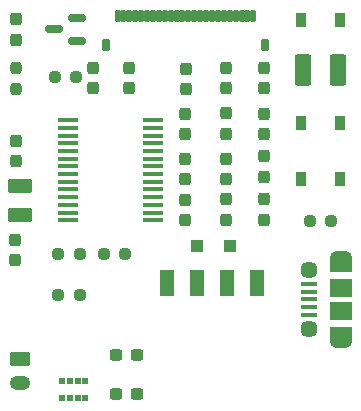
<source format=gbr>
%TF.GenerationSoftware,KiCad,Pcbnew,7.0.2*%
%TF.CreationDate,2024-01-28T17:58:16-05:00*%
%TF.ProjectId,E-INK Watch,452d494e-4b20-4576-9174-63682e6b6963,rev?*%
%TF.SameCoordinates,Original*%
%TF.FileFunction,Soldermask,Top*%
%TF.FilePolarity,Negative*%
%FSLAX46Y46*%
G04 Gerber Fmt 4.6, Leading zero omitted, Abs format (unit mm)*
G04 Created by KiCad (PCBNEW 7.0.2) date 2024-01-28 17:58:16*
%MOMM*%
%LPD*%
G01*
G04 APERTURE LIST*
G04 Aperture macros list*
%AMRoundRect*
0 Rectangle with rounded corners*
0 $1 Rounding radius*
0 $2 $3 $4 $5 $6 $7 $8 $9 X,Y pos of 4 corners*
0 Add a 4 corners polygon primitive as box body*
4,1,4,$2,$3,$4,$5,$6,$7,$8,$9,$2,$3,0*
0 Add four circle primitives for the rounded corners*
1,1,$1+$1,$2,$3*
1,1,$1+$1,$4,$5*
1,1,$1+$1,$6,$7*
1,1,$1+$1,$8,$9*
0 Add four rect primitives between the rounded corners*
20,1,$1+$1,$2,$3,$4,$5,0*
20,1,$1+$1,$4,$5,$6,$7,0*
20,1,$1+$1,$6,$7,$8,$9,0*
20,1,$1+$1,$8,$9,$2,$3,0*%
G04 Aperture macros list end*
%ADD10RoundRect,0.102000X-0.175000X-0.175000X0.175000X-0.175000X0.175000X0.175000X-0.175000X0.175000X0*%
%ADD11RoundRect,0.150000X0.587500X0.150000X-0.587500X0.150000X-0.587500X-0.150000X0.587500X-0.150000X0*%
%ADD12R,0.900000X1.200000*%
%ADD13RoundRect,0.237500X-0.237500X0.300000X-0.237500X-0.300000X0.237500X-0.300000X0.237500X0.300000X0*%
%ADD14RoundRect,0.237500X0.250000X0.237500X-0.250000X0.237500X-0.250000X-0.237500X0.250000X-0.237500X0*%
%ADD15RoundRect,0.237500X0.237500X-0.300000X0.237500X0.300000X-0.237500X0.300000X-0.237500X-0.300000X0*%
%ADD16RoundRect,0.102000X0.510000X1.000000X-0.510000X1.000000X-0.510000X-1.000000X0.510000X-1.000000X0*%
%ADD17R,1.350000X0.400000*%
%ADD18O,1.900000X1.200000*%
%ADD19R,1.900000X1.200000*%
%ADD20C,1.450000*%
%ADD21R,1.900000X1.500000*%
%ADD22R,1.100000X1.100000*%
%ADD23RoundRect,0.237500X-0.300000X-0.237500X0.300000X-0.237500X0.300000X0.237500X-0.300000X0.237500X0*%
%ADD24RoundRect,0.237500X-0.250000X-0.237500X0.250000X-0.237500X0.250000X0.237500X-0.250000X0.237500X0*%
%ADD25RoundRect,0.102000X-0.150000X-0.400000X0.150000X-0.400000X0.150000X0.400000X-0.150000X0.400000X0*%
%ADD26RoundRect,0.102000X-0.200000X-0.400000X0.200000X-0.400000X0.200000X0.400000X-0.200000X0.400000X0*%
%ADD27RoundRect,0.102000X0.900000X-0.500000X0.900000X0.500000X-0.900000X0.500000X-0.900000X-0.500000X0*%
%ADD28R,1.750000X0.450000*%
%ADD29RoundRect,0.237500X0.237500X-0.250000X0.237500X0.250000X-0.237500X0.250000X-0.237500X-0.250000X0*%
%ADD30RoundRect,0.250001X-0.462499X-1.074999X0.462499X-1.074999X0.462499X1.074999X-0.462499X1.074999X0*%
%ADD31RoundRect,0.250000X-0.625000X0.350000X-0.625000X-0.350000X0.625000X-0.350000X0.625000X0.350000X0*%
%ADD32O,1.750000X1.200000*%
G04 APERTURE END LIST*
D10*
%TO.C,U2*%
X86085000Y-133895000D03*
X86735000Y-133895000D03*
X87385000Y-133895000D03*
X88035000Y-133895000D03*
X88035000Y-135345000D03*
X87385000Y-135345000D03*
X86735000Y-135345000D03*
X86085000Y-135345000D03*
%TD*%
D11*
%TO.C,Q2*%
X87297500Y-105090000D03*
X87297500Y-103190000D03*
X85422500Y-104140000D03*
%TD*%
D12*
%TO.C,D5*%
X106300000Y-116840000D03*
X109600000Y-116840000D03*
%TD*%
D13*
%TO.C,C15*%
X91740000Y-107380000D03*
X91740000Y-109105000D03*
%TD*%
D14*
%TO.C,R1*%
X87572500Y-123190000D03*
X85747500Y-123190000D03*
%TD*%
%TO.C,R2*%
X108862500Y-120380000D03*
X107037500Y-120380000D03*
%TD*%
D15*
%TO.C,C18*%
X82150000Y-105002500D03*
X82150000Y-103277500D03*
%TD*%
D13*
%TO.C,C21*%
X99920000Y-107380000D03*
X99920000Y-109105000D03*
%TD*%
D15*
%TO.C,C12*%
X103140000Y-120242500D03*
X103140000Y-118517500D03*
%TD*%
D16*
%TO.C,J1*%
X102590000Y-125572500D03*
X100050000Y-125572500D03*
X97510000Y-125572500D03*
X94970000Y-125572500D03*
%TD*%
D17*
%TO.C,J2*%
X106987500Y-128300000D03*
X106987500Y-127650000D03*
X106987500Y-127000000D03*
X106987500Y-126350000D03*
X106987500Y-125700000D03*
D18*
X109687500Y-130500000D03*
D19*
X109687500Y-129900000D03*
D20*
X106987500Y-129500000D03*
D21*
X109687500Y-128000000D03*
X109687500Y-126000000D03*
D20*
X106987500Y-124500000D03*
D19*
X109687500Y-124100000D03*
D18*
X109687500Y-123500000D03*
%TD*%
D14*
%TO.C,R11*%
X87272500Y-108150000D03*
X85447500Y-108150000D03*
%TD*%
D22*
%TO.C,D3*%
X100260000Y-122520000D03*
X97460000Y-122520000D03*
%TD*%
D14*
%TO.C,R9*%
X91440000Y-123190000D03*
X89615000Y-123190000D03*
%TD*%
D13*
%TO.C,C2*%
X99960000Y-118517500D03*
X99960000Y-120242500D03*
%TD*%
%TO.C,C14*%
X99920000Y-111260000D03*
X99920000Y-112985000D03*
%TD*%
%TO.C,C19*%
X96580000Y-107495000D03*
X96580000Y-109220000D03*
%TD*%
D15*
%TO.C,C17*%
X99960000Y-116840000D03*
X99960000Y-115115000D03*
%TD*%
D23*
%TO.C,C6*%
X90677500Y-131680000D03*
X92402500Y-131680000D03*
%TD*%
D15*
%TO.C,C16*%
X96520000Y-116825000D03*
X96520000Y-115100000D03*
%TD*%
D24*
%TO.C,R8*%
X85747500Y-126630000D03*
X87572500Y-126630000D03*
%TD*%
D25*
%TO.C,J4*%
X90770000Y-102990000D03*
X91270000Y-102990000D03*
X91770000Y-102990000D03*
X92270000Y-102990000D03*
X92770000Y-102990000D03*
X93270000Y-102990000D03*
X93770000Y-102990000D03*
X94270000Y-102990000D03*
X94770000Y-102990000D03*
X95270000Y-102990000D03*
X95770000Y-102990000D03*
X96270000Y-102990000D03*
X96770000Y-102990000D03*
X97270000Y-102990000D03*
X97770000Y-102990000D03*
X98270000Y-102990000D03*
X98770000Y-102990000D03*
X99270000Y-102990000D03*
X99770000Y-102990000D03*
X100270000Y-102990000D03*
X100770000Y-102990000D03*
X101270000Y-102990000D03*
X101770000Y-102990000D03*
X102270000Y-102990000D03*
D26*
X89770000Y-105490000D03*
X103270000Y-105490000D03*
%TD*%
D12*
%TO.C,D6*%
X106300000Y-103340000D03*
X109600000Y-103340000D03*
%TD*%
D13*
%TO.C,C3*%
X82150000Y-113550000D03*
X82150000Y-115275000D03*
%TD*%
D15*
%TO.C,C23*%
X103160000Y-109105000D03*
X103160000Y-107380000D03*
%TD*%
%TO.C,C22*%
X96520000Y-113022500D03*
X96520000Y-111297500D03*
%TD*%
D27*
%TO.C,Y1*%
X82550000Y-119880000D03*
X82550000Y-117380000D03*
%TD*%
D28*
%TO.C,U1*%
X86570000Y-111845000D03*
X86570000Y-112495000D03*
X86570000Y-113145000D03*
X86570000Y-113795000D03*
X86570000Y-114445000D03*
X86570000Y-115095000D03*
X86570000Y-115745000D03*
X86570000Y-116395000D03*
X86570000Y-117045000D03*
X86570000Y-117695000D03*
X86570000Y-118345000D03*
X86570000Y-118995000D03*
X86570000Y-119645000D03*
X86570000Y-120295000D03*
X93770000Y-120295000D03*
X93770000Y-119645000D03*
X93770000Y-118995000D03*
X93770000Y-118345000D03*
X93770000Y-117695000D03*
X93770000Y-117045000D03*
X93770000Y-116395000D03*
X93770000Y-115745000D03*
X93770000Y-115095000D03*
X93770000Y-114445000D03*
X93770000Y-113795000D03*
X93770000Y-113145000D03*
X93770000Y-112495000D03*
X93770000Y-111845000D03*
%TD*%
D29*
%TO.C,R10*%
X82150000Y-109220000D03*
X82150000Y-107395000D03*
%TD*%
D15*
%TO.C,C4*%
X82130000Y-123702500D03*
X82130000Y-121977500D03*
%TD*%
%TO.C,C24*%
X103177500Y-113022500D03*
X103177500Y-111297500D03*
%TD*%
D13*
%TO.C,C13*%
X103150000Y-114887500D03*
X103150000Y-116612500D03*
%TD*%
%TO.C,C1*%
X96520000Y-118555000D03*
X96520000Y-120280000D03*
%TD*%
D12*
%TO.C,D4*%
X109600000Y-112100000D03*
X106300000Y-112100000D03*
%TD*%
D15*
%TO.C,C20*%
X88700000Y-109105000D03*
X88700000Y-107380000D03*
%TD*%
D30*
%TO.C,L1*%
X106462500Y-107620000D03*
X109437500Y-107620000D03*
%TD*%
D23*
%TO.C,C5*%
X90677500Y-135020000D03*
X92402500Y-135020000D03*
%TD*%
D31*
%TO.C,J3*%
X82550000Y-132080000D03*
D32*
X82550000Y-134080000D03*
%TD*%
M02*

</source>
